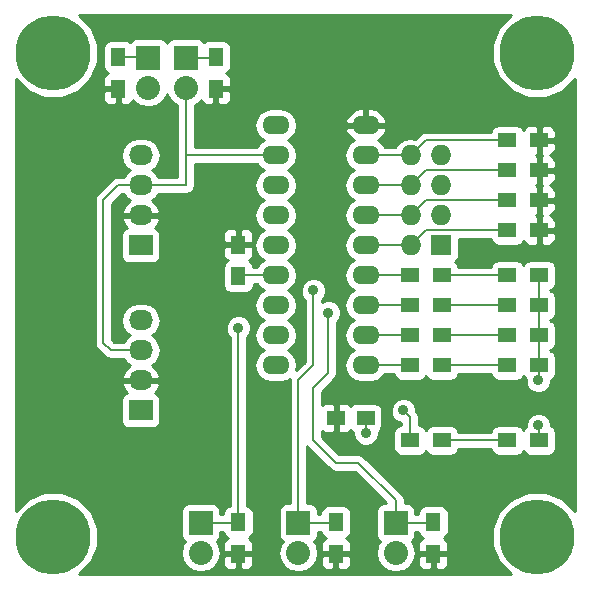
<source format=gtl>
G04 #@! TF.FileFunction,Copper,L1,Top,Signal*
%FSLAX46Y46*%
G04 Gerber Fmt 4.6, Leading zero omitted, Abs format (unit mm)*
G04 Created by KiCad (PCBNEW (after 2015-mar-04 BZR unknown)-product) date 10/20/2015 10:29:55 AM*
%MOMM*%
G01*
G04 APERTURE LIST*
%ADD10C,0.150000*%
%ADD11O,2.300000X1.600000*%
%ADD12R,1.500000X1.300000*%
%ADD13R,2.032000X2.032000*%
%ADD14O,2.032000X2.032000*%
%ADD15R,1.300000X1.500000*%
%ADD16C,6.350000*%
%ADD17R,1.500000X1.250000*%
%ADD18R,2.032000X1.727200*%
%ADD19O,2.032000X1.727200*%
%ADD20R,1.727200X1.727200*%
%ADD21O,1.727200X1.727200*%
%ADD22C,0.889000*%
%ADD23C,0.203200*%
%ADD24C,0.254000*%
G04 APERTURE END LIST*
D10*
D11*
X22860000Y-10160000D03*
X22860000Y-12700000D03*
X22860000Y-15240000D03*
X22860000Y-17780000D03*
X22860000Y-20320000D03*
X22860000Y-22860000D03*
X22860000Y-25400000D03*
X22860000Y-27940000D03*
X22860000Y-30480000D03*
X30480000Y-30480000D03*
X30480000Y-27940000D03*
X30480000Y-25400000D03*
X30480000Y-22860000D03*
X30480000Y-20320000D03*
X30480000Y-17780000D03*
X30480000Y-15240000D03*
X30480000Y-12700000D03*
X30480000Y-10160000D03*
D12*
X42465000Y-36830000D03*
X45165000Y-36830000D03*
X42465000Y-22860000D03*
X45165000Y-22860000D03*
X42465000Y-25400000D03*
X45165000Y-25400000D03*
X42465000Y-27940000D03*
X45165000Y-27940000D03*
X42465000Y-30480000D03*
X45165000Y-30480000D03*
D13*
X33020000Y-43815000D03*
D14*
X33020000Y-46355000D03*
D15*
X19685000Y-46435000D03*
X19685000Y-43735000D03*
X27940000Y-46435000D03*
X27940000Y-43735000D03*
X36195000Y-46435000D03*
X36195000Y-43735000D03*
X9525000Y-7065000D03*
X9525000Y-4365000D03*
X17780000Y-7065000D03*
X17780000Y-4365000D03*
D12*
X36910000Y-36830000D03*
X34210000Y-36830000D03*
X42465000Y-11430000D03*
X45165000Y-11430000D03*
X42465000Y-13970000D03*
X45165000Y-13970000D03*
X42465000Y-16510000D03*
X45165000Y-16510000D03*
X42465000Y-19050000D03*
X45165000Y-19050000D03*
X36910000Y-22860000D03*
X34210000Y-22860000D03*
X36910000Y-25400000D03*
X34210000Y-25400000D03*
X36910000Y-27940000D03*
X34210000Y-27940000D03*
X36910000Y-30480000D03*
X34210000Y-30480000D03*
D16*
X4000000Y-45000000D03*
X4000000Y-4000000D03*
X45000000Y-45000000D03*
X45000000Y-4000000D03*
D15*
X19685000Y-20240000D03*
X19685000Y-22940000D03*
D17*
X27960000Y-34925000D03*
X30460000Y-34925000D03*
D18*
X11430000Y-20320000D03*
D19*
X11430000Y-17780000D03*
X11430000Y-15240000D03*
X11430000Y-12700000D03*
D18*
X11430000Y-34290000D03*
D19*
X11430000Y-31750000D03*
X11430000Y-29210000D03*
X11430000Y-26670000D03*
D13*
X16510000Y-43815000D03*
D14*
X16510000Y-46355000D03*
D13*
X24765000Y-43815000D03*
D14*
X24765000Y-46355000D03*
D13*
X12065000Y-4445000D03*
D14*
X12065000Y-6985000D03*
D13*
X15240000Y-4445000D03*
D14*
X15240000Y-6985000D03*
D20*
X36830000Y-20320000D03*
D21*
X34290000Y-20320000D03*
X36830000Y-17780000D03*
X34290000Y-17780000D03*
X36830000Y-15240000D03*
X34290000Y-15240000D03*
X36830000Y-12700000D03*
X34290000Y-12700000D03*
D22*
X19685000Y-27305000D03*
X26035000Y-24130000D03*
X27305000Y-26035000D03*
X30480000Y-36195000D03*
X45085000Y-35560000D03*
X45085000Y-31750000D03*
X33655000Y-34290000D03*
D23*
X16510000Y-43815000D02*
X19605000Y-43815000D01*
X19605000Y-43815000D02*
X19685000Y-43735000D01*
X19685000Y-43735000D02*
X19685000Y-27305000D01*
X24765000Y-43815000D02*
X27860000Y-43815000D01*
X24765000Y-43815000D02*
X24765000Y-31750000D01*
X24765000Y-31750000D02*
X26035000Y-30480000D01*
X26035000Y-30480000D02*
X26035000Y-24130000D01*
X27860000Y-43815000D02*
X27940000Y-43735000D01*
X36115000Y-43815000D02*
X36195000Y-43735000D01*
X33020000Y-43815000D02*
X36115000Y-43815000D01*
X27305000Y-26035000D02*
X27305000Y-31115000D01*
X27305000Y-31115000D02*
X27305000Y-26035000D01*
X33020000Y-41910000D02*
X29845000Y-38735000D01*
X29845000Y-38735000D02*
X27940000Y-38735000D01*
X27940000Y-38735000D02*
X26035000Y-36830000D01*
X26035000Y-36830000D02*
X26035000Y-32385000D01*
X26035000Y-32385000D02*
X27305000Y-31115000D01*
X33020000Y-43815000D02*
X33020000Y-41910000D01*
X19765000Y-22860000D02*
X19685000Y-22940000D01*
X22860000Y-22860000D02*
X19765000Y-22860000D01*
X8890000Y-29210000D02*
X8255000Y-28575000D01*
X8255000Y-28575000D02*
X8255000Y-16510000D01*
X8255000Y-16510000D02*
X9525000Y-15240000D01*
X9525000Y-15240000D02*
X11430000Y-15240000D01*
X11430000Y-29210000D02*
X8890000Y-29210000D01*
X15240000Y-12700000D02*
X15240000Y-6985000D01*
X15240000Y-15240000D02*
X15240000Y-12700000D01*
X11430000Y-15240000D02*
X15240000Y-15240000D01*
X22860000Y-12700000D02*
X15240000Y-12700000D01*
X30460000Y-36175000D02*
X30480000Y-36195000D01*
X30460000Y-34925000D02*
X30460000Y-36175000D01*
X45165000Y-22860000D02*
X45165000Y-25400000D01*
X45165000Y-25400000D02*
X45165000Y-27940000D01*
X45165000Y-27940000D02*
X45165000Y-30480000D01*
X45165000Y-35640000D02*
X45085000Y-35560000D01*
X45165000Y-36830000D02*
X45165000Y-35640000D01*
X45165000Y-31670000D02*
X45085000Y-31750000D01*
X45165000Y-30480000D02*
X45165000Y-31670000D01*
X36910000Y-27940000D02*
X42465000Y-27940000D01*
X36910000Y-25400000D02*
X42465000Y-25400000D01*
X36910000Y-22860000D02*
X42465000Y-22860000D01*
X36910000Y-36830000D02*
X42465000Y-36830000D01*
X30480000Y-22860000D02*
X34210000Y-22860000D01*
X30480000Y-25400000D02*
X34210000Y-25400000D01*
X30480000Y-27940000D02*
X34210000Y-27940000D01*
X30480000Y-30480000D02*
X34210000Y-30480000D01*
X33655000Y-34290000D02*
X34210000Y-34845000D01*
X34210000Y-34845000D02*
X34210000Y-36830000D01*
X36910000Y-30480000D02*
X42465000Y-30480000D01*
X11985000Y-4365000D02*
X12065000Y-4445000D01*
X9525000Y-4365000D02*
X11985000Y-4365000D01*
X17700000Y-4445000D02*
X17780000Y-4365000D01*
X15240000Y-4445000D02*
X17700000Y-4445000D01*
X30480000Y-20320000D02*
X34290000Y-20320000D01*
X35560000Y-19050000D02*
X34290000Y-20320000D01*
X42465000Y-19050000D02*
X35560000Y-19050000D01*
X30480000Y-17780000D02*
X34290000Y-17780000D01*
X35560000Y-16510000D02*
X34290000Y-17780000D01*
X42465000Y-16510000D02*
X35560000Y-16510000D01*
X30480000Y-15240000D02*
X34290000Y-15240000D01*
X35560000Y-13970000D02*
X34290000Y-15240000D01*
X42465000Y-13970000D02*
X35560000Y-13970000D01*
X30480000Y-12700000D02*
X34290000Y-12700000D01*
X35560000Y-11430000D02*
X34290000Y-12700000D01*
X42465000Y-11430000D02*
X35560000Y-11430000D01*
D24*
G36*
X48174500Y-42787183D02*
X47161009Y-41771923D01*
X46562440Y-41523375D01*
X46562440Y-37480000D01*
X46562440Y-36180000D01*
X46562440Y-31130000D01*
X46562440Y-29830000D01*
X46515463Y-29587877D01*
X46375673Y-29375073D01*
X46164640Y-29232623D01*
X46054090Y-29210453D01*
X46157123Y-29190463D01*
X46369927Y-29050673D01*
X46512377Y-28839640D01*
X46562440Y-28590000D01*
X46562440Y-27290000D01*
X46515463Y-27047877D01*
X46375673Y-26835073D01*
X46164640Y-26692623D01*
X46054090Y-26670453D01*
X46157123Y-26650463D01*
X46369927Y-26510673D01*
X46512377Y-26299640D01*
X46562440Y-26050000D01*
X46562440Y-24750000D01*
X46515463Y-24507877D01*
X46375673Y-24295073D01*
X46164640Y-24152623D01*
X46054090Y-24130453D01*
X46157123Y-24110463D01*
X46369927Y-23970673D01*
X46512377Y-23759640D01*
X46562440Y-23510000D01*
X46562440Y-22210000D01*
X46550000Y-22145883D01*
X46550000Y-19826310D01*
X46550000Y-19573691D01*
X46550000Y-19335750D01*
X46550000Y-18764250D01*
X46550000Y-18526309D01*
X46550000Y-18273690D01*
X46453327Y-18040301D01*
X46274698Y-17861673D01*
X46077522Y-17780000D01*
X46274698Y-17698327D01*
X46453327Y-17519699D01*
X46550000Y-17286310D01*
X46550000Y-17033691D01*
X46550000Y-16795750D01*
X46550000Y-16224250D01*
X46550000Y-15986309D01*
X46550000Y-15733690D01*
X46453327Y-15500301D01*
X46274698Y-15321673D01*
X46077522Y-15240000D01*
X46274698Y-15158327D01*
X46453327Y-14979699D01*
X46550000Y-14746310D01*
X46550000Y-14493691D01*
X46550000Y-14255750D01*
X46550000Y-13684250D01*
X46550000Y-13446309D01*
X46550000Y-13193690D01*
X46453327Y-12960301D01*
X46274698Y-12781673D01*
X46077522Y-12700000D01*
X46274698Y-12618327D01*
X46453327Y-12439699D01*
X46550000Y-12206310D01*
X46550000Y-11953691D01*
X46550000Y-11715750D01*
X46550000Y-11144250D01*
X46550000Y-10906309D01*
X46550000Y-10653690D01*
X46453327Y-10420301D01*
X46274698Y-10241673D01*
X46041309Y-10145000D01*
X45450750Y-10145000D01*
X45292000Y-10303750D01*
X45292000Y-11303000D01*
X46391250Y-11303000D01*
X46550000Y-11144250D01*
X46550000Y-11715750D01*
X46391250Y-11557000D01*
X45292000Y-11557000D01*
X45292000Y-12556250D01*
X45435750Y-12700000D01*
X45292000Y-12843750D01*
X45292000Y-13843000D01*
X46391250Y-13843000D01*
X46550000Y-13684250D01*
X46550000Y-14255750D01*
X46391250Y-14097000D01*
X45292000Y-14097000D01*
X45292000Y-15096250D01*
X45435750Y-15240000D01*
X45292000Y-15383750D01*
X45292000Y-16383000D01*
X46391250Y-16383000D01*
X46550000Y-16224250D01*
X46550000Y-16795750D01*
X46391250Y-16637000D01*
X45292000Y-16637000D01*
X45292000Y-17636250D01*
X45435750Y-17780000D01*
X45292000Y-17923750D01*
X45292000Y-18923000D01*
X46391250Y-18923000D01*
X46550000Y-18764250D01*
X46550000Y-19335750D01*
X46391250Y-19177000D01*
X45292000Y-19177000D01*
X45292000Y-20176250D01*
X45450750Y-20335000D01*
X46041309Y-20335000D01*
X46274698Y-20238327D01*
X46453327Y-20059699D01*
X46550000Y-19826310D01*
X46550000Y-22145883D01*
X46515463Y-21967877D01*
X46375673Y-21755073D01*
X46164640Y-21612623D01*
X45915000Y-21562560D01*
X44415000Y-21562560D01*
X44172877Y-21609537D01*
X43960073Y-21749327D01*
X43817623Y-21960360D01*
X43815783Y-21969530D01*
X43815463Y-21967877D01*
X43675673Y-21755073D01*
X43464640Y-21612623D01*
X43215000Y-21562560D01*
X41715000Y-21562560D01*
X41472877Y-21609537D01*
X41260073Y-21749327D01*
X41117623Y-21960360D01*
X41084926Y-22123400D01*
X38290637Y-22123400D01*
X38260463Y-21967877D01*
X38120673Y-21755073D01*
X38051221Y-21708192D01*
X38148527Y-21644273D01*
X38290977Y-21433240D01*
X38341040Y-21183600D01*
X38341040Y-19786600D01*
X41084362Y-19786600D01*
X41114537Y-19942123D01*
X41254327Y-20154927D01*
X41465360Y-20297377D01*
X41715000Y-20347440D01*
X43215000Y-20347440D01*
X43457123Y-20300463D01*
X43669927Y-20160673D01*
X43812377Y-19949640D01*
X43818479Y-19919208D01*
X43876673Y-20059699D01*
X44055302Y-20238327D01*
X44288691Y-20335000D01*
X44879250Y-20335000D01*
X45038000Y-20176250D01*
X45038000Y-19177000D01*
X45018000Y-19177000D01*
X45018000Y-18923000D01*
X45038000Y-18923000D01*
X45038000Y-17923750D01*
X44894250Y-17780000D01*
X45038000Y-17636250D01*
X45038000Y-16637000D01*
X45018000Y-16637000D01*
X45018000Y-16383000D01*
X45038000Y-16383000D01*
X45038000Y-15383750D01*
X44894250Y-15240000D01*
X45038000Y-15096250D01*
X45038000Y-14097000D01*
X45018000Y-14097000D01*
X45018000Y-13843000D01*
X45038000Y-13843000D01*
X45038000Y-12843750D01*
X44894250Y-12700000D01*
X45038000Y-12556250D01*
X45038000Y-11557000D01*
X45018000Y-11557000D01*
X45018000Y-11303000D01*
X45038000Y-11303000D01*
X45038000Y-10303750D01*
X44879250Y-10145000D01*
X44288691Y-10145000D01*
X44055302Y-10241673D01*
X43876673Y-10420301D01*
X43819453Y-10558442D01*
X43815463Y-10537877D01*
X43675673Y-10325073D01*
X43464640Y-10182623D01*
X43215000Y-10132560D01*
X41715000Y-10132560D01*
X41472877Y-10179537D01*
X41260073Y-10319327D01*
X41117623Y-10530360D01*
X41084926Y-10693400D01*
X35560000Y-10693400D01*
X35278115Y-10749470D01*
X35039145Y-10909145D01*
X34675958Y-11272331D01*
X34319359Y-11201400D01*
X34260641Y-11201400D01*
X33687152Y-11315474D01*
X33200971Y-11640330D01*
X32985102Y-11963400D01*
X32065487Y-11963400D01*
X31879668Y-11685302D01*
X31501848Y-11432850D01*
X31934500Y-11084896D01*
X32204367Y-10591819D01*
X32221904Y-10509039D01*
X32221904Y-9810961D01*
X32204367Y-9728181D01*
X31934500Y-9235104D01*
X31496483Y-8882834D01*
X30957000Y-8725000D01*
X30607000Y-8725000D01*
X30607000Y-10033000D01*
X32099915Y-10033000D01*
X32221904Y-9810961D01*
X32221904Y-10509039D01*
X32099915Y-10287000D01*
X30607000Y-10287000D01*
X30607000Y-10307000D01*
X30353000Y-10307000D01*
X30353000Y-10287000D01*
X30353000Y-10033000D01*
X30353000Y-8725000D01*
X30003000Y-8725000D01*
X29463517Y-8882834D01*
X29025500Y-9235104D01*
X28755633Y-9728181D01*
X28738096Y-9810961D01*
X28860085Y-10033000D01*
X30353000Y-10033000D01*
X30353000Y-10287000D01*
X28860085Y-10287000D01*
X28738096Y-10509039D01*
X28755633Y-10591819D01*
X29025500Y-11084896D01*
X29458151Y-11432850D01*
X29080332Y-11685302D01*
X28769263Y-12150849D01*
X28660030Y-12700000D01*
X28769263Y-13249151D01*
X29080332Y-13714698D01*
X29462417Y-13970000D01*
X29080332Y-14225302D01*
X28769263Y-14690849D01*
X28660030Y-15240000D01*
X28769263Y-15789151D01*
X29080332Y-16254698D01*
X29462417Y-16510000D01*
X29080332Y-16765302D01*
X28769263Y-17230849D01*
X28660030Y-17780000D01*
X28769263Y-18329151D01*
X29080332Y-18794698D01*
X29462417Y-19050000D01*
X29080332Y-19305302D01*
X28769263Y-19770849D01*
X28660030Y-20320000D01*
X28769263Y-20869151D01*
X29080332Y-21334698D01*
X29462417Y-21590000D01*
X29080332Y-21845302D01*
X28769263Y-22310849D01*
X28660030Y-22860000D01*
X28769263Y-23409151D01*
X29080332Y-23874698D01*
X29462417Y-24130000D01*
X29080332Y-24385302D01*
X28769263Y-24850849D01*
X28660030Y-25400000D01*
X28769263Y-25949151D01*
X29080332Y-26414698D01*
X29462417Y-26670000D01*
X29080332Y-26925302D01*
X28769263Y-27390849D01*
X28660030Y-27940000D01*
X28769263Y-28489151D01*
X29080332Y-28954698D01*
X29462417Y-29210000D01*
X29080332Y-29465302D01*
X28769263Y-29930849D01*
X28660030Y-30480000D01*
X28769263Y-31029151D01*
X29080332Y-31494698D01*
X29545879Y-31805767D01*
X30095030Y-31915000D01*
X30864970Y-31915000D01*
X31414121Y-31805767D01*
X31879668Y-31494698D01*
X32065487Y-31216600D01*
X32829362Y-31216600D01*
X32859537Y-31372123D01*
X32999327Y-31584927D01*
X33210360Y-31727377D01*
X33460000Y-31777440D01*
X34960000Y-31777440D01*
X35202123Y-31730463D01*
X35414927Y-31590673D01*
X35557377Y-31379640D01*
X35559216Y-31370469D01*
X35559537Y-31372123D01*
X35699327Y-31584927D01*
X35910360Y-31727377D01*
X36160000Y-31777440D01*
X37660000Y-31777440D01*
X37902123Y-31730463D01*
X38114927Y-31590673D01*
X38257377Y-31379640D01*
X38290073Y-31216600D01*
X41084362Y-31216600D01*
X41114537Y-31372123D01*
X41254327Y-31584927D01*
X41465360Y-31727377D01*
X41715000Y-31777440D01*
X43215000Y-31777440D01*
X43457123Y-31730463D01*
X43669927Y-31590673D01*
X43812377Y-31379640D01*
X43814216Y-31370469D01*
X43814537Y-31372123D01*
X43954327Y-31584927D01*
X44005612Y-31619545D01*
X44005313Y-31963784D01*
X44169311Y-32360689D01*
X44472714Y-32664622D01*
X44869332Y-32829313D01*
X45298784Y-32829687D01*
X45695689Y-32665689D01*
X45999622Y-32362286D01*
X46164313Y-31965668D01*
X46164522Y-31725602D01*
X46369927Y-31590673D01*
X46512377Y-31379640D01*
X46562440Y-31130000D01*
X46562440Y-36180000D01*
X46515463Y-35937877D01*
X46375673Y-35725073D01*
X46164640Y-35582623D01*
X46164481Y-35582591D01*
X46164687Y-35346216D01*
X46000689Y-34949311D01*
X45697286Y-34645378D01*
X45300668Y-34480687D01*
X44871216Y-34480313D01*
X44474311Y-34644311D01*
X44170378Y-34947714D01*
X44005687Y-35344332D01*
X44005386Y-35689560D01*
X43960073Y-35719327D01*
X43817623Y-35930360D01*
X43815783Y-35939530D01*
X43815463Y-35937877D01*
X43675673Y-35725073D01*
X43464640Y-35582623D01*
X43215000Y-35532560D01*
X41715000Y-35532560D01*
X41472877Y-35579537D01*
X41260073Y-35719327D01*
X41117623Y-35930360D01*
X41084926Y-36093400D01*
X38290637Y-36093400D01*
X38260463Y-35937877D01*
X38120673Y-35725073D01*
X37909640Y-35582623D01*
X37660000Y-35532560D01*
X36160000Y-35532560D01*
X35917877Y-35579537D01*
X35705073Y-35719327D01*
X35562623Y-35930360D01*
X35560783Y-35939530D01*
X35560463Y-35937877D01*
X35420673Y-35725073D01*
X35209640Y-35582623D01*
X34960000Y-35532560D01*
X34946600Y-35532560D01*
X34946600Y-34845005D01*
X34946600Y-34845000D01*
X34946601Y-34845000D01*
X34890531Y-34563116D01*
X34890530Y-34563115D01*
X34734466Y-34329549D01*
X34734687Y-34076216D01*
X34570689Y-33679311D01*
X34267286Y-33375378D01*
X33870668Y-33210687D01*
X33441216Y-33210313D01*
X33044311Y-33374311D01*
X32740378Y-33677714D01*
X32575687Y-34074332D01*
X32575313Y-34503784D01*
X32739311Y-34900689D01*
X33042714Y-35204622D01*
X33439332Y-35369313D01*
X33473400Y-35369342D01*
X33473400Y-35532560D01*
X33460000Y-35532560D01*
X33217877Y-35579537D01*
X33005073Y-35719327D01*
X32862623Y-35930360D01*
X32812560Y-36180000D01*
X32812560Y-37480000D01*
X32859537Y-37722123D01*
X32999327Y-37934927D01*
X33210360Y-38077377D01*
X33460000Y-38127440D01*
X34960000Y-38127440D01*
X35202123Y-38080463D01*
X35414927Y-37940673D01*
X35557377Y-37729640D01*
X35559216Y-37720469D01*
X35559537Y-37722123D01*
X35699327Y-37934927D01*
X35910360Y-38077377D01*
X36160000Y-38127440D01*
X37660000Y-38127440D01*
X37902123Y-38080463D01*
X38114927Y-37940673D01*
X38257377Y-37729640D01*
X38290073Y-37566600D01*
X41084362Y-37566600D01*
X41114537Y-37722123D01*
X41254327Y-37934927D01*
X41465360Y-38077377D01*
X41715000Y-38127440D01*
X43215000Y-38127440D01*
X43457123Y-38080463D01*
X43669927Y-37940673D01*
X43812377Y-37729640D01*
X43814216Y-37720469D01*
X43814537Y-37722123D01*
X43954327Y-37934927D01*
X44165360Y-38077377D01*
X44415000Y-38127440D01*
X45915000Y-38127440D01*
X46157123Y-38080463D01*
X46369927Y-37940673D01*
X46512377Y-37729640D01*
X46562440Y-37480000D01*
X46562440Y-41523375D01*
X45761181Y-41190663D01*
X44245469Y-41189340D01*
X42844628Y-41768156D01*
X41771923Y-42838991D01*
X41190663Y-44238819D01*
X41189340Y-45754531D01*
X41768156Y-47155372D01*
X42785507Y-48174500D01*
X37492440Y-48174500D01*
X37492440Y-44485000D01*
X37492440Y-42985000D01*
X37445463Y-42742877D01*
X37305673Y-42530073D01*
X37094640Y-42387623D01*
X36845000Y-42337560D01*
X35545000Y-42337560D01*
X35302877Y-42384537D01*
X35090073Y-42524327D01*
X34947623Y-42735360D01*
X34897560Y-42985000D01*
X34897560Y-43078400D01*
X34683440Y-43078400D01*
X34683440Y-42799000D01*
X34636463Y-42556877D01*
X34496673Y-42344073D01*
X34285640Y-42201623D01*
X34036000Y-42151560D01*
X33756600Y-42151560D01*
X33756600Y-41910000D01*
X33700530Y-41628115D01*
X33540855Y-41389145D01*
X31857440Y-39705730D01*
X31857440Y-35550000D01*
X31857440Y-34300000D01*
X31810463Y-34057877D01*
X31670673Y-33845073D01*
X31459640Y-33702623D01*
X31210000Y-33652560D01*
X29710000Y-33652560D01*
X29467877Y-33699537D01*
X29255073Y-33839327D01*
X29211662Y-33903637D01*
X29069698Y-33761673D01*
X28836309Y-33665000D01*
X28245750Y-33665000D01*
X28087000Y-33823750D01*
X28087000Y-34798000D01*
X28107000Y-34798000D01*
X28107000Y-35052000D01*
X28087000Y-35052000D01*
X28087000Y-36026250D01*
X28245750Y-36185000D01*
X28836309Y-36185000D01*
X29069698Y-36088327D01*
X29211176Y-35946849D01*
X29249327Y-36004927D01*
X29400575Y-36107021D01*
X29400313Y-36408784D01*
X29564311Y-36805689D01*
X29867714Y-37109622D01*
X30264332Y-37274313D01*
X30693784Y-37274687D01*
X31090689Y-37110689D01*
X31394622Y-36807286D01*
X31559313Y-36410668D01*
X31559601Y-36079861D01*
X31664927Y-36010673D01*
X31807377Y-35799640D01*
X31857440Y-35550000D01*
X31857440Y-39705730D01*
X30365855Y-38214145D01*
X30126885Y-38054470D01*
X29845000Y-37998400D01*
X28245110Y-37998400D01*
X26771600Y-36524890D01*
X26771600Y-36009625D01*
X26850302Y-36088327D01*
X27083691Y-36185000D01*
X27674250Y-36185000D01*
X27833000Y-36026250D01*
X27833000Y-35052000D01*
X27813000Y-35052000D01*
X27813000Y-34798000D01*
X27833000Y-34798000D01*
X27833000Y-33823750D01*
X27674250Y-33665000D01*
X27083691Y-33665000D01*
X26850302Y-33761673D01*
X26771600Y-33840374D01*
X26771600Y-32690110D01*
X27825855Y-31635855D01*
X27985530Y-31396885D01*
X28041600Y-31115000D01*
X28041600Y-26824997D01*
X28219622Y-26647286D01*
X28384313Y-26250668D01*
X28384687Y-25821216D01*
X28220689Y-25424311D01*
X27917286Y-25120378D01*
X27520668Y-24955687D01*
X27091216Y-24955313D01*
X26771600Y-25087375D01*
X26771600Y-24919997D01*
X26949622Y-24742286D01*
X27114313Y-24345668D01*
X27114687Y-23916216D01*
X26950689Y-23519311D01*
X26647286Y-23215378D01*
X26250668Y-23050687D01*
X25821216Y-23050313D01*
X25424311Y-23214311D01*
X25120378Y-23517714D01*
X24955687Y-23914332D01*
X24955313Y-24343784D01*
X25119311Y-24740689D01*
X25298400Y-24920090D01*
X25298400Y-30174890D01*
X24602171Y-30871118D01*
X24679970Y-30480000D01*
X24570737Y-29930849D01*
X24259668Y-29465302D01*
X23877582Y-29210000D01*
X24259668Y-28954698D01*
X24570737Y-28489151D01*
X24679970Y-27940000D01*
X24570737Y-27390849D01*
X24259668Y-26925302D01*
X23877582Y-26670000D01*
X24259668Y-26414698D01*
X24570737Y-25949151D01*
X24679970Y-25400000D01*
X24570737Y-24850849D01*
X24259668Y-24385302D01*
X23877582Y-24130000D01*
X24259668Y-23874698D01*
X24570737Y-23409151D01*
X24679970Y-22860000D01*
X24570737Y-22310849D01*
X24259668Y-21845302D01*
X23877582Y-21590000D01*
X24259668Y-21334698D01*
X24570737Y-20869151D01*
X24679970Y-20320000D01*
X24570737Y-19770849D01*
X24259668Y-19305302D01*
X23877582Y-19050000D01*
X24259668Y-18794698D01*
X24570737Y-18329151D01*
X24679970Y-17780000D01*
X24570737Y-17230849D01*
X24259668Y-16765302D01*
X23877582Y-16510000D01*
X24259668Y-16254698D01*
X24570737Y-15789151D01*
X24679970Y-15240000D01*
X24570737Y-14690849D01*
X24259668Y-14225302D01*
X23877582Y-13970000D01*
X24259668Y-13714698D01*
X24570737Y-13249151D01*
X24679970Y-12700000D01*
X24570737Y-12150849D01*
X24259668Y-11685302D01*
X23877582Y-11430000D01*
X24259668Y-11174698D01*
X24570737Y-10709151D01*
X24679970Y-10160000D01*
X24570737Y-9610849D01*
X24259668Y-9145302D01*
X23794121Y-8834233D01*
X23244970Y-8725000D01*
X22475030Y-8725000D01*
X21925879Y-8834233D01*
X21460332Y-9145302D01*
X21149263Y-9610849D01*
X21040030Y-10160000D01*
X21149263Y-10709151D01*
X21460332Y-11174698D01*
X21842417Y-11430000D01*
X21460332Y-11685302D01*
X21274512Y-11963400D01*
X19065000Y-11963400D01*
X19065000Y-7941309D01*
X19065000Y-7350750D01*
X18906250Y-7192000D01*
X17907000Y-7192000D01*
X17907000Y-8291250D01*
X18065750Y-8450000D01*
X18303691Y-8450000D01*
X18556310Y-8450000D01*
X18789699Y-8353327D01*
X18968327Y-8174698D01*
X19065000Y-7941309D01*
X19065000Y-11963400D01*
X15976600Y-11963400D01*
X15976600Y-8461918D01*
X16439778Y-8152433D01*
X16527852Y-8020620D01*
X16591673Y-8174698D01*
X16770301Y-8353327D01*
X17003690Y-8450000D01*
X17256309Y-8450000D01*
X17494250Y-8450000D01*
X17653000Y-8291250D01*
X17653000Y-7192000D01*
X17633000Y-7192000D01*
X17633000Y-6938000D01*
X17653000Y-6938000D01*
X17653000Y-6918000D01*
X17907000Y-6918000D01*
X17907000Y-6938000D01*
X18906250Y-6938000D01*
X19065000Y-6779250D01*
X19065000Y-6188691D01*
X18968327Y-5955302D01*
X18789699Y-5776673D01*
X18651557Y-5719453D01*
X18672123Y-5715463D01*
X18884927Y-5575673D01*
X19027377Y-5364640D01*
X19077440Y-5115000D01*
X19077440Y-3615000D01*
X19030463Y-3372877D01*
X18890673Y-3160073D01*
X18679640Y-3017623D01*
X18430000Y-2967560D01*
X17130000Y-2967560D01*
X16887877Y-3014537D01*
X16786848Y-3080902D01*
X16716673Y-2974073D01*
X16505640Y-2831623D01*
X16256000Y-2781560D01*
X14224000Y-2781560D01*
X13981877Y-2828537D01*
X13769073Y-2968327D01*
X13651913Y-3141893D01*
X13541673Y-2974073D01*
X13330640Y-2831623D01*
X13081000Y-2781560D01*
X11049000Y-2781560D01*
X10806877Y-2828537D01*
X10594073Y-2968327D01*
X10518177Y-3080762D01*
X10424640Y-3017623D01*
X10175000Y-2967560D01*
X8875000Y-2967560D01*
X8632877Y-3014537D01*
X8420073Y-3154327D01*
X8277623Y-3365360D01*
X8227560Y-3615000D01*
X8227560Y-5115000D01*
X8274537Y-5357123D01*
X8414327Y-5569927D01*
X8625360Y-5712377D01*
X8655791Y-5718479D01*
X8515301Y-5776673D01*
X8336673Y-5955302D01*
X8240000Y-6188691D01*
X8240000Y-6779250D01*
X8398750Y-6938000D01*
X9398000Y-6938000D01*
X9398000Y-6918000D01*
X9652000Y-6918000D01*
X9652000Y-6938000D01*
X9672000Y-6938000D01*
X9672000Y-7192000D01*
X9652000Y-7192000D01*
X9652000Y-8291250D01*
X9810750Y-8450000D01*
X10048691Y-8450000D01*
X10301310Y-8450000D01*
X10534699Y-8353327D01*
X10713327Y-8174698D01*
X10777147Y-8020620D01*
X10865222Y-8152433D01*
X11400845Y-8510325D01*
X12032655Y-8636000D01*
X12097345Y-8636000D01*
X12729155Y-8510325D01*
X13264778Y-8152433D01*
X13622670Y-7616810D01*
X13652500Y-7466844D01*
X13682330Y-7616810D01*
X14040222Y-8152433D01*
X14503400Y-8461918D01*
X14503400Y-12700000D01*
X14503400Y-14503400D01*
X12890283Y-14503400D01*
X12674415Y-14180330D01*
X12359634Y-13970000D01*
X12674415Y-13759670D01*
X12999271Y-13273489D01*
X13113345Y-12700000D01*
X12999271Y-12126511D01*
X12674415Y-11640330D01*
X12188234Y-11315474D01*
X11614745Y-11201400D01*
X11245255Y-11201400D01*
X10671766Y-11315474D01*
X10185585Y-11640330D01*
X9860729Y-12126511D01*
X9746655Y-12700000D01*
X9860729Y-13273489D01*
X10185585Y-13759670D01*
X10500365Y-13970000D01*
X10185585Y-14180330D01*
X9969716Y-14503400D01*
X9525000Y-14503400D01*
X9398000Y-14528661D01*
X9398000Y-8291250D01*
X9398000Y-7192000D01*
X8398750Y-7192000D01*
X8240000Y-7350750D01*
X8240000Y-7941309D01*
X8336673Y-8174698D01*
X8515301Y-8353327D01*
X8748690Y-8450000D01*
X9001309Y-8450000D01*
X9239250Y-8450000D01*
X9398000Y-8291250D01*
X9398000Y-14528661D01*
X9243115Y-14559470D01*
X9004145Y-14719145D01*
X7734145Y-15989145D01*
X7574470Y-16228115D01*
X7518400Y-16510000D01*
X7518400Y-28575000D01*
X7574470Y-28856885D01*
X7734145Y-29095855D01*
X8369145Y-29730855D01*
X8608115Y-29890530D01*
X8608116Y-29890530D01*
X8890000Y-29946600D01*
X9969716Y-29946600D01*
X10185585Y-30269670D01*
X10495069Y-30476460D01*
X10079268Y-30847964D01*
X9825291Y-31375209D01*
X9822642Y-31390974D01*
X9943783Y-31623000D01*
X11303000Y-31623000D01*
X11303000Y-31603000D01*
X11557000Y-31603000D01*
X11557000Y-31623000D01*
X12916217Y-31623000D01*
X13037358Y-31390974D01*
X13034709Y-31375209D01*
X12780732Y-30847964D01*
X12364930Y-30476460D01*
X12674415Y-30269670D01*
X12999271Y-29783489D01*
X13113345Y-29210000D01*
X12999271Y-28636511D01*
X12674415Y-28150330D01*
X12359634Y-27940000D01*
X12674415Y-27729670D01*
X12999271Y-27243489D01*
X13113345Y-26670000D01*
X13093440Y-26569930D01*
X13093440Y-21183600D01*
X13093440Y-19456400D01*
X13046463Y-19214277D01*
X12906673Y-19001473D01*
X12695640Y-18859023D01*
X12603354Y-18840516D01*
X12780732Y-18682036D01*
X13034709Y-18154791D01*
X13037358Y-18139026D01*
X12916217Y-17907000D01*
X11557000Y-17907000D01*
X11557000Y-17927000D01*
X11303000Y-17927000D01*
X11303000Y-17907000D01*
X9943783Y-17907000D01*
X9822642Y-18139026D01*
X9825291Y-18154791D01*
X10079268Y-18682036D01*
X10255701Y-18839673D01*
X10171877Y-18855937D01*
X9959073Y-18995727D01*
X9816623Y-19206760D01*
X9766560Y-19456400D01*
X9766560Y-21183600D01*
X9813537Y-21425723D01*
X9953327Y-21638527D01*
X10164360Y-21780977D01*
X10414000Y-21831040D01*
X12446000Y-21831040D01*
X12688123Y-21784063D01*
X12900927Y-21644273D01*
X13043377Y-21433240D01*
X13093440Y-21183600D01*
X13093440Y-26569930D01*
X12999271Y-26096511D01*
X12674415Y-25610330D01*
X12188234Y-25285474D01*
X11614745Y-25171400D01*
X11245255Y-25171400D01*
X10671766Y-25285474D01*
X10185585Y-25610330D01*
X9860729Y-26096511D01*
X9746655Y-26670000D01*
X9860729Y-27243489D01*
X10185585Y-27729670D01*
X10500365Y-27940000D01*
X10185585Y-28150330D01*
X9969716Y-28473400D01*
X9195110Y-28473400D01*
X8991600Y-28269890D01*
X8991600Y-16815110D01*
X9830110Y-15976600D01*
X9969716Y-15976600D01*
X10185585Y-16299670D01*
X10495069Y-16506460D01*
X10079268Y-16877964D01*
X9825291Y-17405209D01*
X9822642Y-17420974D01*
X9943783Y-17653000D01*
X11303000Y-17653000D01*
X11303000Y-17633000D01*
X11557000Y-17633000D01*
X11557000Y-17653000D01*
X12916217Y-17653000D01*
X13037358Y-17420974D01*
X13034709Y-17405209D01*
X12780732Y-16877964D01*
X12364930Y-16506460D01*
X12674415Y-16299670D01*
X12890283Y-15976600D01*
X15240000Y-15976600D01*
X15521885Y-15920530D01*
X15760855Y-15760855D01*
X15920530Y-15521885D01*
X15976600Y-15240000D01*
X15976600Y-13436600D01*
X21274512Y-13436600D01*
X21460332Y-13714698D01*
X21842417Y-13970000D01*
X21460332Y-14225302D01*
X21149263Y-14690849D01*
X21040030Y-15240000D01*
X21149263Y-15789151D01*
X21460332Y-16254698D01*
X21842417Y-16510000D01*
X21460332Y-16765302D01*
X21149263Y-17230849D01*
X21040030Y-17780000D01*
X21149263Y-18329151D01*
X21460332Y-18794698D01*
X21842417Y-19050000D01*
X21460332Y-19305302D01*
X21149263Y-19770849D01*
X21040030Y-20320000D01*
X21149263Y-20869151D01*
X21460332Y-21334698D01*
X21842417Y-21590000D01*
X21460332Y-21845302D01*
X21274512Y-22123400D01*
X20969518Y-22123400D01*
X20935463Y-21947877D01*
X20795673Y-21735073D01*
X20584640Y-21592623D01*
X20554208Y-21586520D01*
X20694699Y-21528327D01*
X20873327Y-21349698D01*
X20970000Y-21116309D01*
X20970000Y-20525750D01*
X20970000Y-19954250D01*
X20970000Y-19363691D01*
X20873327Y-19130302D01*
X20694699Y-18951673D01*
X20461310Y-18855000D01*
X20208691Y-18855000D01*
X19970750Y-18855000D01*
X19812000Y-19013750D01*
X19812000Y-20113000D01*
X20811250Y-20113000D01*
X20970000Y-19954250D01*
X20970000Y-20525750D01*
X20811250Y-20367000D01*
X19812000Y-20367000D01*
X19812000Y-20387000D01*
X19558000Y-20387000D01*
X19558000Y-20367000D01*
X19558000Y-20113000D01*
X19558000Y-19013750D01*
X19399250Y-18855000D01*
X19161309Y-18855000D01*
X18908690Y-18855000D01*
X18675301Y-18951673D01*
X18496673Y-19130302D01*
X18400000Y-19363691D01*
X18400000Y-19954250D01*
X18558750Y-20113000D01*
X19558000Y-20113000D01*
X19558000Y-20367000D01*
X18558750Y-20367000D01*
X18400000Y-20525750D01*
X18400000Y-21116309D01*
X18496673Y-21349698D01*
X18675301Y-21528327D01*
X18813442Y-21585546D01*
X18792877Y-21589537D01*
X18580073Y-21729327D01*
X18437623Y-21940360D01*
X18387560Y-22190000D01*
X18387560Y-23690000D01*
X18434537Y-23932123D01*
X18574327Y-24144927D01*
X18785360Y-24287377D01*
X19035000Y-24337440D01*
X20335000Y-24337440D01*
X20577123Y-24290463D01*
X20789927Y-24150673D01*
X20932377Y-23939640D01*
X20982440Y-23690000D01*
X20982440Y-23596600D01*
X21274512Y-23596600D01*
X21460332Y-23874698D01*
X21842417Y-24130000D01*
X21460332Y-24385302D01*
X21149263Y-24850849D01*
X21040030Y-25400000D01*
X21149263Y-25949151D01*
X21460332Y-26414698D01*
X21842417Y-26670000D01*
X21460332Y-26925302D01*
X21149263Y-27390849D01*
X21040030Y-27940000D01*
X21149263Y-28489151D01*
X21460332Y-28954698D01*
X21842417Y-29210000D01*
X21460332Y-29465302D01*
X21149263Y-29930849D01*
X21040030Y-30480000D01*
X21149263Y-31029151D01*
X21460332Y-31494698D01*
X21925879Y-31805767D01*
X22475030Y-31915000D01*
X23244970Y-31915000D01*
X23794121Y-31805767D01*
X24051517Y-31633779D01*
X24028400Y-31750000D01*
X24028400Y-42151560D01*
X23749000Y-42151560D01*
X23506877Y-42198537D01*
X23294073Y-42338327D01*
X23151623Y-42549360D01*
X23101560Y-42799000D01*
X23101560Y-44831000D01*
X23148537Y-45073123D01*
X23288327Y-45285927D01*
X23433860Y-45384163D01*
X23207330Y-45723190D01*
X23081655Y-46355000D01*
X23207330Y-46986810D01*
X23565222Y-47522433D01*
X24100845Y-47880325D01*
X24732655Y-48006000D01*
X24797345Y-48006000D01*
X25429155Y-47880325D01*
X25964778Y-47522433D01*
X26322670Y-46986810D01*
X26448345Y-46355000D01*
X26322670Y-45723190D01*
X26095830Y-45383701D01*
X26235927Y-45291673D01*
X26378377Y-45080640D01*
X26428440Y-44831000D01*
X26428440Y-44551600D01*
X26655481Y-44551600D01*
X26689537Y-44727123D01*
X26829327Y-44939927D01*
X27040360Y-45082377D01*
X27070791Y-45088479D01*
X26930301Y-45146673D01*
X26751673Y-45325302D01*
X26655000Y-45558691D01*
X26655000Y-46149250D01*
X26813750Y-46308000D01*
X27813000Y-46308000D01*
X27813000Y-46288000D01*
X28067000Y-46288000D01*
X28067000Y-46308000D01*
X29066250Y-46308000D01*
X29225000Y-46149250D01*
X29225000Y-45558691D01*
X29128327Y-45325302D01*
X28949699Y-45146673D01*
X28811557Y-45089453D01*
X28832123Y-45085463D01*
X29044927Y-44945673D01*
X29187377Y-44734640D01*
X29237440Y-44485000D01*
X29237440Y-42985000D01*
X29190463Y-42742877D01*
X29050673Y-42530073D01*
X28839640Y-42387623D01*
X28590000Y-42337560D01*
X27290000Y-42337560D01*
X27047877Y-42384537D01*
X26835073Y-42524327D01*
X26692623Y-42735360D01*
X26642560Y-42985000D01*
X26642560Y-43078400D01*
X26428440Y-43078400D01*
X26428440Y-42799000D01*
X26381463Y-42556877D01*
X26241673Y-42344073D01*
X26030640Y-42201623D01*
X25781000Y-42151560D01*
X25501600Y-42151560D01*
X25501600Y-37332080D01*
X25514145Y-37350855D01*
X27419145Y-39255855D01*
X27658115Y-39415530D01*
X27658116Y-39415530D01*
X27940000Y-39471600D01*
X29539890Y-39471600D01*
X32219850Y-42151560D01*
X32004000Y-42151560D01*
X31761877Y-42198537D01*
X31549073Y-42338327D01*
X31406623Y-42549360D01*
X31356560Y-42799000D01*
X31356560Y-44831000D01*
X31403537Y-45073123D01*
X31543327Y-45285927D01*
X31688860Y-45384163D01*
X31462330Y-45723190D01*
X31336655Y-46355000D01*
X31462330Y-46986810D01*
X31820222Y-47522433D01*
X32355845Y-47880325D01*
X32987655Y-48006000D01*
X33052345Y-48006000D01*
X33684155Y-47880325D01*
X34219778Y-47522433D01*
X34577670Y-46986810D01*
X34703345Y-46355000D01*
X34577670Y-45723190D01*
X34350830Y-45383701D01*
X34490927Y-45291673D01*
X34633377Y-45080640D01*
X34683440Y-44831000D01*
X34683440Y-44551600D01*
X34910481Y-44551600D01*
X34944537Y-44727123D01*
X35084327Y-44939927D01*
X35295360Y-45082377D01*
X35325791Y-45088479D01*
X35185301Y-45146673D01*
X35006673Y-45325302D01*
X34910000Y-45558691D01*
X34910000Y-46149250D01*
X35068750Y-46308000D01*
X36068000Y-46308000D01*
X36068000Y-46288000D01*
X36322000Y-46288000D01*
X36322000Y-46308000D01*
X37321250Y-46308000D01*
X37480000Y-46149250D01*
X37480000Y-45558691D01*
X37383327Y-45325302D01*
X37204699Y-45146673D01*
X37066557Y-45089453D01*
X37087123Y-45085463D01*
X37299927Y-44945673D01*
X37442377Y-44734640D01*
X37492440Y-44485000D01*
X37492440Y-48174500D01*
X37480000Y-48174500D01*
X37480000Y-47311309D01*
X37480000Y-46720750D01*
X37321250Y-46562000D01*
X36322000Y-46562000D01*
X36322000Y-47661250D01*
X36480750Y-47820000D01*
X36718691Y-47820000D01*
X36971310Y-47820000D01*
X37204699Y-47723327D01*
X37383327Y-47544698D01*
X37480000Y-47311309D01*
X37480000Y-48174500D01*
X36068000Y-48174500D01*
X36068000Y-47661250D01*
X36068000Y-46562000D01*
X35068750Y-46562000D01*
X34910000Y-46720750D01*
X34910000Y-47311309D01*
X35006673Y-47544698D01*
X35185301Y-47723327D01*
X35418690Y-47820000D01*
X35671309Y-47820000D01*
X35909250Y-47820000D01*
X36068000Y-47661250D01*
X36068000Y-48174500D01*
X29225000Y-48174500D01*
X29225000Y-47311309D01*
X29225000Y-46720750D01*
X29066250Y-46562000D01*
X28067000Y-46562000D01*
X28067000Y-47661250D01*
X28225750Y-47820000D01*
X28463691Y-47820000D01*
X28716310Y-47820000D01*
X28949699Y-47723327D01*
X29128327Y-47544698D01*
X29225000Y-47311309D01*
X29225000Y-48174500D01*
X27813000Y-48174500D01*
X27813000Y-47661250D01*
X27813000Y-46562000D01*
X26813750Y-46562000D01*
X26655000Y-46720750D01*
X26655000Y-47311309D01*
X26751673Y-47544698D01*
X26930301Y-47723327D01*
X27163690Y-47820000D01*
X27416309Y-47820000D01*
X27654250Y-47820000D01*
X27813000Y-47661250D01*
X27813000Y-48174500D01*
X20982440Y-48174500D01*
X20982440Y-44485000D01*
X20982440Y-42985000D01*
X20935463Y-42742877D01*
X20795673Y-42530073D01*
X20584640Y-42387623D01*
X20421600Y-42354926D01*
X20421600Y-28094997D01*
X20599622Y-27917286D01*
X20764313Y-27520668D01*
X20764687Y-27091216D01*
X20600689Y-26694311D01*
X20297286Y-26390378D01*
X19900668Y-26225687D01*
X19471216Y-26225313D01*
X19074311Y-26389311D01*
X18770378Y-26692714D01*
X18605687Y-27089332D01*
X18605313Y-27518784D01*
X18769311Y-27915689D01*
X18948400Y-28095090D01*
X18948400Y-42354362D01*
X18792877Y-42384537D01*
X18580073Y-42524327D01*
X18437623Y-42735360D01*
X18387560Y-42985000D01*
X18387560Y-43078400D01*
X18173440Y-43078400D01*
X18173440Y-42799000D01*
X18126463Y-42556877D01*
X17986673Y-42344073D01*
X17775640Y-42201623D01*
X17526000Y-42151560D01*
X15494000Y-42151560D01*
X15251877Y-42198537D01*
X15039073Y-42338327D01*
X14896623Y-42549360D01*
X14846560Y-42799000D01*
X14846560Y-44831000D01*
X14893537Y-45073123D01*
X15033327Y-45285927D01*
X15178860Y-45384163D01*
X14952330Y-45723190D01*
X14826655Y-46355000D01*
X14952330Y-46986810D01*
X15310222Y-47522433D01*
X15845845Y-47880325D01*
X16477655Y-48006000D01*
X16542345Y-48006000D01*
X17174155Y-47880325D01*
X17709778Y-47522433D01*
X18067670Y-46986810D01*
X18193345Y-46355000D01*
X18067670Y-45723190D01*
X17840830Y-45383701D01*
X17980927Y-45291673D01*
X18123377Y-45080640D01*
X18173440Y-44831000D01*
X18173440Y-44551600D01*
X18400481Y-44551600D01*
X18434537Y-44727123D01*
X18574327Y-44939927D01*
X18785360Y-45082377D01*
X18815791Y-45088479D01*
X18675301Y-45146673D01*
X18496673Y-45325302D01*
X18400000Y-45558691D01*
X18400000Y-46149250D01*
X18558750Y-46308000D01*
X19558000Y-46308000D01*
X19558000Y-46288000D01*
X19812000Y-46288000D01*
X19812000Y-46308000D01*
X20811250Y-46308000D01*
X20970000Y-46149250D01*
X20970000Y-45558691D01*
X20873327Y-45325302D01*
X20694699Y-45146673D01*
X20556557Y-45089453D01*
X20577123Y-45085463D01*
X20789927Y-44945673D01*
X20932377Y-44734640D01*
X20982440Y-44485000D01*
X20982440Y-48174500D01*
X20970000Y-48174500D01*
X20970000Y-47311309D01*
X20970000Y-46720750D01*
X20811250Y-46562000D01*
X19812000Y-46562000D01*
X19812000Y-47661250D01*
X19970750Y-47820000D01*
X20208691Y-47820000D01*
X20461310Y-47820000D01*
X20694699Y-47723327D01*
X20873327Y-47544698D01*
X20970000Y-47311309D01*
X20970000Y-48174500D01*
X19558000Y-48174500D01*
X19558000Y-47661250D01*
X19558000Y-46562000D01*
X18558750Y-46562000D01*
X18400000Y-46720750D01*
X18400000Y-47311309D01*
X18496673Y-47544698D01*
X18675301Y-47723327D01*
X18908690Y-47820000D01*
X19161309Y-47820000D01*
X19399250Y-47820000D01*
X19558000Y-47661250D01*
X19558000Y-48174500D01*
X13093440Y-48174500D01*
X13093440Y-35153600D01*
X13093440Y-33426400D01*
X13046463Y-33184277D01*
X12906673Y-32971473D01*
X12695640Y-32829023D01*
X12603354Y-32810516D01*
X12780732Y-32652036D01*
X13034709Y-32124791D01*
X13037358Y-32109026D01*
X12916217Y-31877000D01*
X11557000Y-31877000D01*
X11557000Y-31897000D01*
X11303000Y-31897000D01*
X11303000Y-31877000D01*
X9943783Y-31877000D01*
X9822642Y-32109026D01*
X9825291Y-32124791D01*
X10079268Y-32652036D01*
X10255701Y-32809673D01*
X10171877Y-32825937D01*
X9959073Y-32965727D01*
X9816623Y-33176760D01*
X9766560Y-33426400D01*
X9766560Y-35153600D01*
X9813537Y-35395723D01*
X9953327Y-35608527D01*
X10164360Y-35750977D01*
X10414000Y-35801040D01*
X12446000Y-35801040D01*
X12688123Y-35754063D01*
X12900927Y-35614273D01*
X13043377Y-35403240D01*
X13093440Y-35153600D01*
X13093440Y-48174500D01*
X6212816Y-48174500D01*
X7228077Y-47161009D01*
X7809337Y-45761181D01*
X7810660Y-44245469D01*
X7231844Y-42844628D01*
X6161009Y-41771923D01*
X4761181Y-41190663D01*
X3245469Y-41189340D01*
X1844628Y-41768156D01*
X825500Y-42785507D01*
X825500Y-6212816D01*
X1838991Y-7228077D01*
X3238819Y-7809337D01*
X4754531Y-7810660D01*
X6155372Y-7231844D01*
X7228077Y-6161009D01*
X7809337Y-4761181D01*
X7810660Y-3245469D01*
X7231844Y-1844628D01*
X6214492Y-825500D01*
X42787183Y-825500D01*
X41771923Y-1838991D01*
X41190663Y-3238819D01*
X41189340Y-4754531D01*
X41768156Y-6155372D01*
X42838991Y-7228077D01*
X44238819Y-7809337D01*
X45754531Y-7810660D01*
X47155372Y-7231844D01*
X48174500Y-6214492D01*
X48174500Y-42787183D01*
X48174500Y-42787183D01*
G37*
X48174500Y-42787183D02*
X47161009Y-41771923D01*
X46562440Y-41523375D01*
X46562440Y-37480000D01*
X46562440Y-36180000D01*
X46562440Y-31130000D01*
X46562440Y-29830000D01*
X46515463Y-29587877D01*
X46375673Y-29375073D01*
X46164640Y-29232623D01*
X46054090Y-29210453D01*
X46157123Y-29190463D01*
X46369927Y-29050673D01*
X46512377Y-28839640D01*
X46562440Y-28590000D01*
X46562440Y-27290000D01*
X46515463Y-27047877D01*
X46375673Y-26835073D01*
X46164640Y-26692623D01*
X46054090Y-26670453D01*
X46157123Y-26650463D01*
X46369927Y-26510673D01*
X46512377Y-26299640D01*
X46562440Y-26050000D01*
X46562440Y-24750000D01*
X46515463Y-24507877D01*
X46375673Y-24295073D01*
X46164640Y-24152623D01*
X46054090Y-24130453D01*
X46157123Y-24110463D01*
X46369927Y-23970673D01*
X46512377Y-23759640D01*
X46562440Y-23510000D01*
X46562440Y-22210000D01*
X46550000Y-22145883D01*
X46550000Y-19826310D01*
X46550000Y-19573691D01*
X46550000Y-19335750D01*
X46550000Y-18764250D01*
X46550000Y-18526309D01*
X46550000Y-18273690D01*
X46453327Y-18040301D01*
X46274698Y-17861673D01*
X46077522Y-17780000D01*
X46274698Y-17698327D01*
X46453327Y-17519699D01*
X46550000Y-17286310D01*
X46550000Y-17033691D01*
X46550000Y-16795750D01*
X46550000Y-16224250D01*
X46550000Y-15986309D01*
X46550000Y-15733690D01*
X46453327Y-15500301D01*
X46274698Y-15321673D01*
X46077522Y-15240000D01*
X46274698Y-15158327D01*
X46453327Y-14979699D01*
X46550000Y-14746310D01*
X46550000Y-14493691D01*
X46550000Y-14255750D01*
X46550000Y-13684250D01*
X46550000Y-13446309D01*
X46550000Y-13193690D01*
X46453327Y-12960301D01*
X46274698Y-12781673D01*
X46077522Y-12700000D01*
X46274698Y-12618327D01*
X46453327Y-12439699D01*
X46550000Y-12206310D01*
X46550000Y-11953691D01*
X46550000Y-11715750D01*
X46550000Y-11144250D01*
X46550000Y-10906309D01*
X46550000Y-10653690D01*
X46453327Y-10420301D01*
X46274698Y-10241673D01*
X46041309Y-10145000D01*
X45450750Y-10145000D01*
X45292000Y-10303750D01*
X45292000Y-11303000D01*
X46391250Y-11303000D01*
X46550000Y-11144250D01*
X46550000Y-11715750D01*
X46391250Y-11557000D01*
X45292000Y-11557000D01*
X45292000Y-12556250D01*
X45435750Y-12700000D01*
X45292000Y-12843750D01*
X45292000Y-13843000D01*
X46391250Y-13843000D01*
X46550000Y-13684250D01*
X46550000Y-14255750D01*
X46391250Y-14097000D01*
X45292000Y-14097000D01*
X45292000Y-15096250D01*
X45435750Y-15240000D01*
X45292000Y-15383750D01*
X45292000Y-16383000D01*
X46391250Y-16383000D01*
X46550000Y-16224250D01*
X46550000Y-16795750D01*
X46391250Y-16637000D01*
X45292000Y-16637000D01*
X45292000Y-17636250D01*
X45435750Y-17780000D01*
X45292000Y-17923750D01*
X45292000Y-18923000D01*
X46391250Y-18923000D01*
X46550000Y-18764250D01*
X46550000Y-19335750D01*
X46391250Y-19177000D01*
X45292000Y-19177000D01*
X45292000Y-20176250D01*
X45450750Y-20335000D01*
X46041309Y-20335000D01*
X46274698Y-20238327D01*
X46453327Y-20059699D01*
X46550000Y-19826310D01*
X46550000Y-22145883D01*
X46515463Y-21967877D01*
X46375673Y-21755073D01*
X46164640Y-21612623D01*
X45915000Y-21562560D01*
X44415000Y-21562560D01*
X44172877Y-21609537D01*
X43960073Y-21749327D01*
X43817623Y-21960360D01*
X43815783Y-21969530D01*
X43815463Y-21967877D01*
X43675673Y-21755073D01*
X43464640Y-21612623D01*
X43215000Y-21562560D01*
X41715000Y-21562560D01*
X41472877Y-21609537D01*
X41260073Y-21749327D01*
X41117623Y-21960360D01*
X41084926Y-22123400D01*
X38290637Y-22123400D01*
X38260463Y-21967877D01*
X38120673Y-21755073D01*
X38051221Y-21708192D01*
X38148527Y-21644273D01*
X38290977Y-21433240D01*
X38341040Y-21183600D01*
X38341040Y-19786600D01*
X41084362Y-19786600D01*
X41114537Y-19942123D01*
X41254327Y-20154927D01*
X41465360Y-20297377D01*
X41715000Y-20347440D01*
X43215000Y-20347440D01*
X43457123Y-20300463D01*
X43669927Y-20160673D01*
X43812377Y-19949640D01*
X43818479Y-19919208D01*
X43876673Y-20059699D01*
X44055302Y-20238327D01*
X44288691Y-20335000D01*
X44879250Y-20335000D01*
X45038000Y-20176250D01*
X45038000Y-19177000D01*
X45018000Y-19177000D01*
X45018000Y-18923000D01*
X45038000Y-18923000D01*
X45038000Y-17923750D01*
X44894250Y-17780000D01*
X45038000Y-17636250D01*
X45038000Y-16637000D01*
X45018000Y-16637000D01*
X45018000Y-16383000D01*
X45038000Y-16383000D01*
X45038000Y-15383750D01*
X44894250Y-15240000D01*
X45038000Y-15096250D01*
X45038000Y-14097000D01*
X45018000Y-14097000D01*
X45018000Y-13843000D01*
X45038000Y-13843000D01*
X45038000Y-12843750D01*
X44894250Y-12700000D01*
X45038000Y-12556250D01*
X45038000Y-11557000D01*
X45018000Y-11557000D01*
X45018000Y-11303000D01*
X45038000Y-11303000D01*
X45038000Y-10303750D01*
X44879250Y-10145000D01*
X44288691Y-10145000D01*
X44055302Y-10241673D01*
X43876673Y-10420301D01*
X43819453Y-10558442D01*
X43815463Y-10537877D01*
X43675673Y-10325073D01*
X43464640Y-10182623D01*
X43215000Y-10132560D01*
X41715000Y-10132560D01*
X41472877Y-10179537D01*
X41260073Y-10319327D01*
X41117623Y-10530360D01*
X41084926Y-10693400D01*
X35560000Y-10693400D01*
X35278115Y-10749470D01*
X35039145Y-10909145D01*
X34675958Y-11272331D01*
X34319359Y-11201400D01*
X34260641Y-11201400D01*
X33687152Y-11315474D01*
X33200971Y-11640330D01*
X32985102Y-11963400D01*
X32065487Y-11963400D01*
X31879668Y-11685302D01*
X31501848Y-11432850D01*
X31934500Y-11084896D01*
X32204367Y-10591819D01*
X32221904Y-10509039D01*
X32221904Y-9810961D01*
X32204367Y-9728181D01*
X31934500Y-9235104D01*
X31496483Y-8882834D01*
X30957000Y-8725000D01*
X30607000Y-8725000D01*
X30607000Y-10033000D01*
X32099915Y-10033000D01*
X32221904Y-9810961D01*
X32221904Y-10509039D01*
X32099915Y-10287000D01*
X30607000Y-10287000D01*
X30607000Y-10307000D01*
X30353000Y-10307000D01*
X30353000Y-10287000D01*
X30353000Y-10033000D01*
X30353000Y-8725000D01*
X30003000Y-8725000D01*
X29463517Y-8882834D01*
X29025500Y-9235104D01*
X28755633Y-9728181D01*
X28738096Y-9810961D01*
X28860085Y-10033000D01*
X30353000Y-10033000D01*
X30353000Y-10287000D01*
X28860085Y-10287000D01*
X28738096Y-10509039D01*
X28755633Y-10591819D01*
X29025500Y-11084896D01*
X29458151Y-11432850D01*
X29080332Y-11685302D01*
X28769263Y-12150849D01*
X28660030Y-12700000D01*
X28769263Y-13249151D01*
X29080332Y-13714698D01*
X29462417Y-13970000D01*
X29080332Y-14225302D01*
X28769263Y-14690849D01*
X28660030Y-15240000D01*
X28769263Y-15789151D01*
X29080332Y-16254698D01*
X29462417Y-16510000D01*
X29080332Y-16765302D01*
X28769263Y-17230849D01*
X28660030Y-17780000D01*
X28769263Y-18329151D01*
X29080332Y-18794698D01*
X29462417Y-19050000D01*
X29080332Y-19305302D01*
X28769263Y-19770849D01*
X28660030Y-20320000D01*
X28769263Y-20869151D01*
X29080332Y-21334698D01*
X29462417Y-21590000D01*
X29080332Y-21845302D01*
X28769263Y-22310849D01*
X28660030Y-22860000D01*
X28769263Y-23409151D01*
X29080332Y-23874698D01*
X29462417Y-24130000D01*
X29080332Y-24385302D01*
X28769263Y-24850849D01*
X28660030Y-25400000D01*
X28769263Y-25949151D01*
X29080332Y-26414698D01*
X29462417Y-26670000D01*
X29080332Y-26925302D01*
X28769263Y-27390849D01*
X28660030Y-27940000D01*
X28769263Y-28489151D01*
X29080332Y-28954698D01*
X29462417Y-29210000D01*
X29080332Y-29465302D01*
X28769263Y-29930849D01*
X28660030Y-30480000D01*
X28769263Y-31029151D01*
X29080332Y-31494698D01*
X29545879Y-31805767D01*
X30095030Y-31915000D01*
X30864970Y-31915000D01*
X31414121Y-31805767D01*
X31879668Y-31494698D01*
X32065487Y-31216600D01*
X32829362Y-31216600D01*
X32859537Y-31372123D01*
X32999327Y-31584927D01*
X33210360Y-31727377D01*
X33460000Y-31777440D01*
X34960000Y-31777440D01*
X35202123Y-31730463D01*
X35414927Y-31590673D01*
X35557377Y-31379640D01*
X35559216Y-31370469D01*
X35559537Y-31372123D01*
X35699327Y-31584927D01*
X35910360Y-31727377D01*
X36160000Y-31777440D01*
X37660000Y-31777440D01*
X37902123Y-31730463D01*
X38114927Y-31590673D01*
X38257377Y-31379640D01*
X38290073Y-31216600D01*
X41084362Y-31216600D01*
X41114537Y-31372123D01*
X41254327Y-31584927D01*
X41465360Y-31727377D01*
X41715000Y-31777440D01*
X43215000Y-31777440D01*
X43457123Y-31730463D01*
X43669927Y-31590673D01*
X43812377Y-31379640D01*
X43814216Y-31370469D01*
X43814537Y-31372123D01*
X43954327Y-31584927D01*
X44005612Y-31619545D01*
X44005313Y-31963784D01*
X44169311Y-32360689D01*
X44472714Y-32664622D01*
X44869332Y-32829313D01*
X45298784Y-32829687D01*
X45695689Y-32665689D01*
X45999622Y-32362286D01*
X46164313Y-31965668D01*
X46164522Y-31725602D01*
X46369927Y-31590673D01*
X46512377Y-31379640D01*
X46562440Y-31130000D01*
X46562440Y-36180000D01*
X46515463Y-35937877D01*
X46375673Y-35725073D01*
X46164640Y-35582623D01*
X46164481Y-35582591D01*
X46164687Y-35346216D01*
X46000689Y-34949311D01*
X45697286Y-34645378D01*
X45300668Y-34480687D01*
X44871216Y-34480313D01*
X44474311Y-34644311D01*
X44170378Y-34947714D01*
X44005687Y-35344332D01*
X44005386Y-35689560D01*
X43960073Y-35719327D01*
X43817623Y-35930360D01*
X43815783Y-35939530D01*
X43815463Y-35937877D01*
X43675673Y-35725073D01*
X43464640Y-35582623D01*
X43215000Y-35532560D01*
X41715000Y-35532560D01*
X41472877Y-35579537D01*
X41260073Y-35719327D01*
X41117623Y-35930360D01*
X41084926Y-36093400D01*
X38290637Y-36093400D01*
X38260463Y-35937877D01*
X38120673Y-35725073D01*
X37909640Y-35582623D01*
X37660000Y-35532560D01*
X36160000Y-35532560D01*
X35917877Y-35579537D01*
X35705073Y-35719327D01*
X35562623Y-35930360D01*
X35560783Y-35939530D01*
X35560463Y-35937877D01*
X35420673Y-35725073D01*
X35209640Y-35582623D01*
X34960000Y-35532560D01*
X34946600Y-35532560D01*
X34946600Y-34845005D01*
X34946600Y-34845000D01*
X34946601Y-34845000D01*
X34890531Y-34563116D01*
X34890530Y-34563115D01*
X34734466Y-34329549D01*
X34734687Y-34076216D01*
X34570689Y-33679311D01*
X34267286Y-33375378D01*
X33870668Y-33210687D01*
X33441216Y-33210313D01*
X33044311Y-33374311D01*
X32740378Y-33677714D01*
X32575687Y-34074332D01*
X32575313Y-34503784D01*
X32739311Y-34900689D01*
X33042714Y-35204622D01*
X33439332Y-35369313D01*
X33473400Y-35369342D01*
X33473400Y-35532560D01*
X33460000Y-35532560D01*
X33217877Y-35579537D01*
X33005073Y-35719327D01*
X32862623Y-35930360D01*
X32812560Y-36180000D01*
X32812560Y-37480000D01*
X32859537Y-37722123D01*
X32999327Y-37934927D01*
X33210360Y-38077377D01*
X33460000Y-38127440D01*
X34960000Y-38127440D01*
X35202123Y-38080463D01*
X35414927Y-37940673D01*
X35557377Y-37729640D01*
X35559216Y-37720469D01*
X35559537Y-37722123D01*
X35699327Y-37934927D01*
X35910360Y-38077377D01*
X36160000Y-38127440D01*
X37660000Y-38127440D01*
X37902123Y-38080463D01*
X38114927Y-37940673D01*
X38257377Y-37729640D01*
X38290073Y-37566600D01*
X41084362Y-37566600D01*
X41114537Y-37722123D01*
X41254327Y-37934927D01*
X41465360Y-38077377D01*
X41715000Y-38127440D01*
X43215000Y-38127440D01*
X43457123Y-38080463D01*
X43669927Y-37940673D01*
X43812377Y-37729640D01*
X43814216Y-37720469D01*
X43814537Y-37722123D01*
X43954327Y-37934927D01*
X44165360Y-38077377D01*
X44415000Y-38127440D01*
X45915000Y-38127440D01*
X46157123Y-38080463D01*
X46369927Y-37940673D01*
X46512377Y-37729640D01*
X46562440Y-37480000D01*
X46562440Y-41523375D01*
X45761181Y-41190663D01*
X44245469Y-41189340D01*
X42844628Y-41768156D01*
X41771923Y-42838991D01*
X41190663Y-44238819D01*
X41189340Y-45754531D01*
X41768156Y-47155372D01*
X42785507Y-48174500D01*
X37492440Y-48174500D01*
X37492440Y-44485000D01*
X37492440Y-42985000D01*
X37445463Y-42742877D01*
X37305673Y-42530073D01*
X37094640Y-42387623D01*
X36845000Y-42337560D01*
X35545000Y-42337560D01*
X35302877Y-42384537D01*
X35090073Y-42524327D01*
X34947623Y-42735360D01*
X34897560Y-42985000D01*
X34897560Y-43078400D01*
X34683440Y-43078400D01*
X34683440Y-42799000D01*
X34636463Y-42556877D01*
X34496673Y-42344073D01*
X34285640Y-42201623D01*
X34036000Y-42151560D01*
X33756600Y-42151560D01*
X33756600Y-41910000D01*
X33700530Y-41628115D01*
X33540855Y-41389145D01*
X31857440Y-39705730D01*
X31857440Y-35550000D01*
X31857440Y-34300000D01*
X31810463Y-34057877D01*
X31670673Y-33845073D01*
X31459640Y-33702623D01*
X31210000Y-33652560D01*
X29710000Y-33652560D01*
X29467877Y-33699537D01*
X29255073Y-33839327D01*
X29211662Y-33903637D01*
X29069698Y-33761673D01*
X28836309Y-33665000D01*
X28245750Y-33665000D01*
X28087000Y-33823750D01*
X28087000Y-34798000D01*
X28107000Y-34798000D01*
X28107000Y-35052000D01*
X28087000Y-35052000D01*
X28087000Y-36026250D01*
X28245750Y-36185000D01*
X28836309Y-36185000D01*
X29069698Y-36088327D01*
X29211176Y-35946849D01*
X29249327Y-36004927D01*
X29400575Y-36107021D01*
X29400313Y-36408784D01*
X29564311Y-36805689D01*
X29867714Y-37109622D01*
X30264332Y-37274313D01*
X30693784Y-37274687D01*
X31090689Y-37110689D01*
X31394622Y-36807286D01*
X31559313Y-36410668D01*
X31559601Y-36079861D01*
X31664927Y-36010673D01*
X31807377Y-35799640D01*
X31857440Y-35550000D01*
X31857440Y-39705730D01*
X30365855Y-38214145D01*
X30126885Y-38054470D01*
X29845000Y-37998400D01*
X28245110Y-37998400D01*
X26771600Y-36524890D01*
X26771600Y-36009625D01*
X26850302Y-36088327D01*
X27083691Y-36185000D01*
X27674250Y-36185000D01*
X27833000Y-36026250D01*
X27833000Y-35052000D01*
X27813000Y-35052000D01*
X27813000Y-34798000D01*
X27833000Y-34798000D01*
X27833000Y-33823750D01*
X27674250Y-33665000D01*
X27083691Y-33665000D01*
X26850302Y-33761673D01*
X26771600Y-33840374D01*
X26771600Y-32690110D01*
X27825855Y-31635855D01*
X27985530Y-31396885D01*
X28041600Y-31115000D01*
X28041600Y-26824997D01*
X28219622Y-26647286D01*
X28384313Y-26250668D01*
X28384687Y-25821216D01*
X28220689Y-25424311D01*
X27917286Y-25120378D01*
X27520668Y-24955687D01*
X27091216Y-24955313D01*
X26771600Y-25087375D01*
X26771600Y-24919997D01*
X26949622Y-24742286D01*
X27114313Y-24345668D01*
X27114687Y-23916216D01*
X26950689Y-23519311D01*
X26647286Y-23215378D01*
X26250668Y-23050687D01*
X25821216Y-23050313D01*
X25424311Y-23214311D01*
X25120378Y-23517714D01*
X24955687Y-23914332D01*
X24955313Y-24343784D01*
X25119311Y-24740689D01*
X25298400Y-24920090D01*
X25298400Y-30174890D01*
X24602171Y-30871118D01*
X24679970Y-30480000D01*
X24570737Y-29930849D01*
X24259668Y-29465302D01*
X23877582Y-29210000D01*
X24259668Y-28954698D01*
X24570737Y-28489151D01*
X24679970Y-27940000D01*
X24570737Y-27390849D01*
X24259668Y-26925302D01*
X23877582Y-26670000D01*
X24259668Y-26414698D01*
X24570737Y-25949151D01*
X24679970Y-25400000D01*
X24570737Y-24850849D01*
X24259668Y-24385302D01*
X23877582Y-24130000D01*
X24259668Y-23874698D01*
X24570737Y-23409151D01*
X24679970Y-22860000D01*
X24570737Y-22310849D01*
X24259668Y-21845302D01*
X23877582Y-21590000D01*
X24259668Y-21334698D01*
X24570737Y-20869151D01*
X24679970Y-20320000D01*
X24570737Y-19770849D01*
X24259668Y-19305302D01*
X23877582Y-19050000D01*
X24259668Y-18794698D01*
X24570737Y-18329151D01*
X24679970Y-17780000D01*
X24570737Y-17230849D01*
X24259668Y-16765302D01*
X23877582Y-16510000D01*
X24259668Y-16254698D01*
X24570737Y-15789151D01*
X24679970Y-15240000D01*
X24570737Y-14690849D01*
X24259668Y-14225302D01*
X23877582Y-13970000D01*
X24259668Y-13714698D01*
X24570737Y-13249151D01*
X24679970Y-12700000D01*
X24570737Y-12150849D01*
X24259668Y-11685302D01*
X23877582Y-11430000D01*
X24259668Y-11174698D01*
X24570737Y-10709151D01*
X24679970Y-10160000D01*
X24570737Y-9610849D01*
X24259668Y-9145302D01*
X23794121Y-8834233D01*
X23244970Y-8725000D01*
X22475030Y-8725000D01*
X21925879Y-8834233D01*
X21460332Y-9145302D01*
X21149263Y-9610849D01*
X21040030Y-10160000D01*
X21149263Y-10709151D01*
X21460332Y-11174698D01*
X21842417Y-11430000D01*
X21460332Y-11685302D01*
X21274512Y-11963400D01*
X19065000Y-11963400D01*
X19065000Y-7941309D01*
X19065000Y-7350750D01*
X18906250Y-7192000D01*
X17907000Y-7192000D01*
X17907000Y-8291250D01*
X18065750Y-8450000D01*
X18303691Y-8450000D01*
X18556310Y-8450000D01*
X18789699Y-8353327D01*
X18968327Y-8174698D01*
X19065000Y-7941309D01*
X19065000Y-11963400D01*
X15976600Y-11963400D01*
X15976600Y-8461918D01*
X16439778Y-8152433D01*
X16527852Y-8020620D01*
X16591673Y-8174698D01*
X16770301Y-8353327D01*
X17003690Y-8450000D01*
X17256309Y-8450000D01*
X17494250Y-8450000D01*
X17653000Y-8291250D01*
X17653000Y-7192000D01*
X17633000Y-7192000D01*
X17633000Y-6938000D01*
X17653000Y-6938000D01*
X17653000Y-6918000D01*
X17907000Y-6918000D01*
X17907000Y-6938000D01*
X18906250Y-6938000D01*
X19065000Y-6779250D01*
X19065000Y-6188691D01*
X18968327Y-5955302D01*
X18789699Y-5776673D01*
X18651557Y-5719453D01*
X18672123Y-5715463D01*
X18884927Y-5575673D01*
X19027377Y-5364640D01*
X19077440Y-5115000D01*
X19077440Y-3615000D01*
X19030463Y-3372877D01*
X18890673Y-3160073D01*
X18679640Y-3017623D01*
X18430000Y-2967560D01*
X17130000Y-2967560D01*
X16887877Y-3014537D01*
X16786848Y-3080902D01*
X16716673Y-2974073D01*
X16505640Y-2831623D01*
X16256000Y-2781560D01*
X14224000Y-2781560D01*
X13981877Y-2828537D01*
X13769073Y-2968327D01*
X13651913Y-3141893D01*
X13541673Y-2974073D01*
X13330640Y-2831623D01*
X13081000Y-2781560D01*
X11049000Y-2781560D01*
X10806877Y-2828537D01*
X10594073Y-2968327D01*
X10518177Y-3080762D01*
X10424640Y-3017623D01*
X10175000Y-2967560D01*
X8875000Y-2967560D01*
X8632877Y-3014537D01*
X8420073Y-3154327D01*
X8277623Y-3365360D01*
X8227560Y-3615000D01*
X8227560Y-5115000D01*
X8274537Y-5357123D01*
X8414327Y-5569927D01*
X8625360Y-5712377D01*
X8655791Y-5718479D01*
X8515301Y-5776673D01*
X8336673Y-5955302D01*
X8240000Y-6188691D01*
X8240000Y-6779250D01*
X8398750Y-6938000D01*
X9398000Y-6938000D01*
X9398000Y-6918000D01*
X9652000Y-6918000D01*
X9652000Y-6938000D01*
X9672000Y-6938000D01*
X9672000Y-7192000D01*
X9652000Y-7192000D01*
X9652000Y-8291250D01*
X9810750Y-8450000D01*
X10048691Y-8450000D01*
X10301310Y-8450000D01*
X10534699Y-8353327D01*
X10713327Y-8174698D01*
X10777147Y-8020620D01*
X10865222Y-8152433D01*
X11400845Y-8510325D01*
X12032655Y-8636000D01*
X12097345Y-8636000D01*
X12729155Y-8510325D01*
X13264778Y-8152433D01*
X13622670Y-7616810D01*
X13652500Y-7466844D01*
X13682330Y-7616810D01*
X14040222Y-8152433D01*
X14503400Y-8461918D01*
X14503400Y-12700000D01*
X14503400Y-14503400D01*
X12890283Y-14503400D01*
X12674415Y-14180330D01*
X12359634Y-13970000D01*
X12674415Y-13759670D01*
X12999271Y-13273489D01*
X13113345Y-12700000D01*
X12999271Y-12126511D01*
X12674415Y-11640330D01*
X12188234Y-11315474D01*
X11614745Y-11201400D01*
X11245255Y-11201400D01*
X10671766Y-11315474D01*
X10185585Y-11640330D01*
X9860729Y-12126511D01*
X9746655Y-12700000D01*
X9860729Y-13273489D01*
X10185585Y-13759670D01*
X10500365Y-13970000D01*
X10185585Y-14180330D01*
X9969716Y-14503400D01*
X9525000Y-14503400D01*
X9398000Y-14528661D01*
X9398000Y-8291250D01*
X9398000Y-7192000D01*
X8398750Y-7192000D01*
X8240000Y-7350750D01*
X8240000Y-7941309D01*
X8336673Y-8174698D01*
X8515301Y-8353327D01*
X8748690Y-8450000D01*
X9001309Y-8450000D01*
X9239250Y-8450000D01*
X9398000Y-8291250D01*
X9398000Y-14528661D01*
X9243115Y-14559470D01*
X9004145Y-14719145D01*
X7734145Y-15989145D01*
X7574470Y-16228115D01*
X7518400Y-16510000D01*
X7518400Y-28575000D01*
X7574470Y-28856885D01*
X7734145Y-29095855D01*
X8369145Y-29730855D01*
X8608115Y-29890530D01*
X8608116Y-29890530D01*
X8890000Y-29946600D01*
X9969716Y-29946600D01*
X10185585Y-30269670D01*
X10495069Y-30476460D01*
X10079268Y-30847964D01*
X9825291Y-31375209D01*
X9822642Y-31390974D01*
X9943783Y-31623000D01*
X11303000Y-31623000D01*
X11303000Y-31603000D01*
X11557000Y-31603000D01*
X11557000Y-31623000D01*
X12916217Y-31623000D01*
X13037358Y-31390974D01*
X13034709Y-31375209D01*
X12780732Y-30847964D01*
X12364930Y-30476460D01*
X12674415Y-30269670D01*
X12999271Y-29783489D01*
X13113345Y-29210000D01*
X12999271Y-28636511D01*
X12674415Y-28150330D01*
X12359634Y-27940000D01*
X12674415Y-27729670D01*
X12999271Y-27243489D01*
X13113345Y-26670000D01*
X13093440Y-26569930D01*
X13093440Y-21183600D01*
X13093440Y-19456400D01*
X13046463Y-19214277D01*
X12906673Y-19001473D01*
X12695640Y-18859023D01*
X12603354Y-18840516D01*
X12780732Y-18682036D01*
X13034709Y-18154791D01*
X13037358Y-18139026D01*
X12916217Y-17907000D01*
X11557000Y-17907000D01*
X11557000Y-17927000D01*
X11303000Y-17927000D01*
X11303000Y-17907000D01*
X9943783Y-17907000D01*
X9822642Y-18139026D01*
X9825291Y-18154791D01*
X10079268Y-18682036D01*
X10255701Y-18839673D01*
X10171877Y-18855937D01*
X9959073Y-18995727D01*
X9816623Y-19206760D01*
X9766560Y-19456400D01*
X9766560Y-21183600D01*
X9813537Y-21425723D01*
X9953327Y-21638527D01*
X10164360Y-21780977D01*
X10414000Y-21831040D01*
X12446000Y-21831040D01*
X12688123Y-21784063D01*
X12900927Y-21644273D01*
X13043377Y-21433240D01*
X13093440Y-21183600D01*
X13093440Y-26569930D01*
X12999271Y-26096511D01*
X12674415Y-25610330D01*
X12188234Y-25285474D01*
X11614745Y-25171400D01*
X11245255Y-25171400D01*
X10671766Y-25285474D01*
X10185585Y-25610330D01*
X9860729Y-26096511D01*
X9746655Y-26670000D01*
X9860729Y-27243489D01*
X10185585Y-27729670D01*
X10500365Y-27940000D01*
X10185585Y-28150330D01*
X9969716Y-28473400D01*
X9195110Y-28473400D01*
X8991600Y-28269890D01*
X8991600Y-16815110D01*
X9830110Y-15976600D01*
X9969716Y-15976600D01*
X10185585Y-16299670D01*
X10495069Y-16506460D01*
X10079268Y-16877964D01*
X9825291Y-17405209D01*
X9822642Y-17420974D01*
X9943783Y-17653000D01*
X11303000Y-17653000D01*
X11303000Y-17633000D01*
X11557000Y-17633000D01*
X11557000Y-17653000D01*
X12916217Y-17653000D01*
X13037358Y-17420974D01*
X13034709Y-17405209D01*
X12780732Y-16877964D01*
X12364930Y-16506460D01*
X12674415Y-16299670D01*
X12890283Y-15976600D01*
X15240000Y-15976600D01*
X15521885Y-15920530D01*
X15760855Y-15760855D01*
X15920530Y-15521885D01*
X15976600Y-15240000D01*
X15976600Y-13436600D01*
X21274512Y-13436600D01*
X21460332Y-13714698D01*
X21842417Y-13970000D01*
X21460332Y-14225302D01*
X21149263Y-14690849D01*
X21040030Y-15240000D01*
X21149263Y-15789151D01*
X21460332Y-16254698D01*
X21842417Y-16510000D01*
X21460332Y-16765302D01*
X21149263Y-17230849D01*
X21040030Y-17780000D01*
X21149263Y-18329151D01*
X21460332Y-18794698D01*
X21842417Y-19050000D01*
X21460332Y-19305302D01*
X21149263Y-19770849D01*
X21040030Y-20320000D01*
X21149263Y-20869151D01*
X21460332Y-21334698D01*
X21842417Y-21590000D01*
X21460332Y-21845302D01*
X21274512Y-22123400D01*
X20969518Y-22123400D01*
X20935463Y-21947877D01*
X20795673Y-21735073D01*
X20584640Y-21592623D01*
X20554208Y-21586520D01*
X20694699Y-21528327D01*
X20873327Y-21349698D01*
X20970000Y-21116309D01*
X20970000Y-20525750D01*
X20970000Y-19954250D01*
X20970000Y-19363691D01*
X20873327Y-19130302D01*
X20694699Y-18951673D01*
X20461310Y-18855000D01*
X20208691Y-18855000D01*
X19970750Y-18855000D01*
X19812000Y-19013750D01*
X19812000Y-20113000D01*
X20811250Y-20113000D01*
X20970000Y-19954250D01*
X20970000Y-20525750D01*
X20811250Y-20367000D01*
X19812000Y-20367000D01*
X19812000Y-20387000D01*
X19558000Y-20387000D01*
X19558000Y-20367000D01*
X19558000Y-20113000D01*
X19558000Y-19013750D01*
X19399250Y-18855000D01*
X19161309Y-18855000D01*
X18908690Y-18855000D01*
X18675301Y-18951673D01*
X18496673Y-19130302D01*
X18400000Y-19363691D01*
X18400000Y-19954250D01*
X18558750Y-20113000D01*
X19558000Y-20113000D01*
X19558000Y-20367000D01*
X18558750Y-20367000D01*
X18400000Y-20525750D01*
X18400000Y-21116309D01*
X18496673Y-21349698D01*
X18675301Y-21528327D01*
X18813442Y-21585546D01*
X18792877Y-21589537D01*
X18580073Y-21729327D01*
X18437623Y-21940360D01*
X18387560Y-22190000D01*
X18387560Y-23690000D01*
X18434537Y-23932123D01*
X18574327Y-24144927D01*
X18785360Y-24287377D01*
X19035000Y-24337440D01*
X20335000Y-24337440D01*
X20577123Y-24290463D01*
X20789927Y-24150673D01*
X20932377Y-23939640D01*
X20982440Y-23690000D01*
X20982440Y-23596600D01*
X21274512Y-23596600D01*
X21460332Y-23874698D01*
X21842417Y-24130000D01*
X21460332Y-24385302D01*
X21149263Y-24850849D01*
X21040030Y-25400000D01*
X21149263Y-25949151D01*
X21460332Y-26414698D01*
X21842417Y-26670000D01*
X21460332Y-26925302D01*
X21149263Y-27390849D01*
X21040030Y-27940000D01*
X21149263Y-28489151D01*
X21460332Y-28954698D01*
X21842417Y-29210000D01*
X21460332Y-29465302D01*
X21149263Y-29930849D01*
X21040030Y-30480000D01*
X21149263Y-31029151D01*
X21460332Y-31494698D01*
X21925879Y-31805767D01*
X22475030Y-31915000D01*
X23244970Y-31915000D01*
X23794121Y-31805767D01*
X24051517Y-31633779D01*
X24028400Y-31750000D01*
X24028400Y-42151560D01*
X23749000Y-42151560D01*
X23506877Y-42198537D01*
X23294073Y-42338327D01*
X23151623Y-42549360D01*
X23101560Y-42799000D01*
X23101560Y-44831000D01*
X23148537Y-45073123D01*
X23288327Y-45285927D01*
X23433860Y-45384163D01*
X23207330Y-45723190D01*
X23081655Y-46355000D01*
X23207330Y-46986810D01*
X23565222Y-47522433D01*
X24100845Y-47880325D01*
X24732655Y-48006000D01*
X24797345Y-48006000D01*
X25429155Y-47880325D01*
X25964778Y-47522433D01*
X26322670Y-46986810D01*
X26448345Y-46355000D01*
X26322670Y-45723190D01*
X26095830Y-45383701D01*
X26235927Y-45291673D01*
X26378377Y-45080640D01*
X26428440Y-44831000D01*
X26428440Y-44551600D01*
X26655481Y-44551600D01*
X26689537Y-44727123D01*
X26829327Y-44939927D01*
X27040360Y-45082377D01*
X27070791Y-45088479D01*
X26930301Y-45146673D01*
X26751673Y-45325302D01*
X26655000Y-45558691D01*
X26655000Y-46149250D01*
X26813750Y-46308000D01*
X27813000Y-46308000D01*
X27813000Y-46288000D01*
X28067000Y-46288000D01*
X28067000Y-46308000D01*
X29066250Y-46308000D01*
X29225000Y-46149250D01*
X29225000Y-45558691D01*
X29128327Y-45325302D01*
X28949699Y-45146673D01*
X28811557Y-45089453D01*
X28832123Y-45085463D01*
X29044927Y-44945673D01*
X29187377Y-44734640D01*
X29237440Y-44485000D01*
X29237440Y-42985000D01*
X29190463Y-42742877D01*
X29050673Y-42530073D01*
X28839640Y-42387623D01*
X28590000Y-42337560D01*
X27290000Y-42337560D01*
X27047877Y-42384537D01*
X26835073Y-42524327D01*
X26692623Y-42735360D01*
X26642560Y-42985000D01*
X26642560Y-43078400D01*
X26428440Y-43078400D01*
X26428440Y-42799000D01*
X26381463Y-42556877D01*
X26241673Y-42344073D01*
X26030640Y-42201623D01*
X25781000Y-42151560D01*
X25501600Y-42151560D01*
X25501600Y-37332080D01*
X25514145Y-37350855D01*
X27419145Y-39255855D01*
X27658115Y-39415530D01*
X27658116Y-39415530D01*
X27940000Y-39471600D01*
X29539890Y-39471600D01*
X32219850Y-42151560D01*
X32004000Y-42151560D01*
X31761877Y-42198537D01*
X31549073Y-42338327D01*
X31406623Y-42549360D01*
X31356560Y-42799000D01*
X31356560Y-44831000D01*
X31403537Y-45073123D01*
X31543327Y-45285927D01*
X31688860Y-45384163D01*
X31462330Y-45723190D01*
X31336655Y-46355000D01*
X31462330Y-46986810D01*
X31820222Y-47522433D01*
X32355845Y-47880325D01*
X32987655Y-48006000D01*
X33052345Y-48006000D01*
X33684155Y-47880325D01*
X34219778Y-47522433D01*
X34577670Y-46986810D01*
X34703345Y-46355000D01*
X34577670Y-45723190D01*
X34350830Y-45383701D01*
X34490927Y-45291673D01*
X34633377Y-45080640D01*
X34683440Y-44831000D01*
X34683440Y-44551600D01*
X34910481Y-44551600D01*
X34944537Y-44727123D01*
X35084327Y-44939927D01*
X35295360Y-45082377D01*
X35325791Y-45088479D01*
X35185301Y-45146673D01*
X35006673Y-45325302D01*
X34910000Y-45558691D01*
X34910000Y-46149250D01*
X35068750Y-46308000D01*
X36068000Y-46308000D01*
X36068000Y-46288000D01*
X36322000Y-46288000D01*
X36322000Y-46308000D01*
X37321250Y-46308000D01*
X37480000Y-46149250D01*
X37480000Y-45558691D01*
X37383327Y-45325302D01*
X37204699Y-45146673D01*
X37066557Y-45089453D01*
X37087123Y-45085463D01*
X37299927Y-44945673D01*
X37442377Y-44734640D01*
X37492440Y-44485000D01*
X37492440Y-48174500D01*
X37480000Y-48174500D01*
X37480000Y-47311309D01*
X37480000Y-46720750D01*
X37321250Y-46562000D01*
X36322000Y-46562000D01*
X36322000Y-47661250D01*
X36480750Y-47820000D01*
X36718691Y-47820000D01*
X36971310Y-47820000D01*
X37204699Y-47723327D01*
X37383327Y-47544698D01*
X37480000Y-47311309D01*
X37480000Y-48174500D01*
X36068000Y-48174500D01*
X36068000Y-47661250D01*
X36068000Y-46562000D01*
X35068750Y-46562000D01*
X34910000Y-46720750D01*
X34910000Y-47311309D01*
X35006673Y-47544698D01*
X35185301Y-47723327D01*
X35418690Y-47820000D01*
X35671309Y-47820000D01*
X35909250Y-47820000D01*
X36068000Y-47661250D01*
X36068000Y-48174500D01*
X29225000Y-48174500D01*
X29225000Y-47311309D01*
X29225000Y-46720750D01*
X29066250Y-46562000D01*
X28067000Y-46562000D01*
X28067000Y-47661250D01*
X28225750Y-47820000D01*
X28463691Y-47820000D01*
X28716310Y-47820000D01*
X28949699Y-47723327D01*
X29128327Y-47544698D01*
X29225000Y-47311309D01*
X29225000Y-48174500D01*
X27813000Y-48174500D01*
X27813000Y-47661250D01*
X27813000Y-46562000D01*
X26813750Y-46562000D01*
X26655000Y-46720750D01*
X26655000Y-47311309D01*
X26751673Y-47544698D01*
X26930301Y-47723327D01*
X27163690Y-47820000D01*
X27416309Y-47820000D01*
X27654250Y-47820000D01*
X27813000Y-47661250D01*
X27813000Y-48174500D01*
X20982440Y-48174500D01*
X20982440Y-44485000D01*
X20982440Y-42985000D01*
X20935463Y-42742877D01*
X20795673Y-42530073D01*
X20584640Y-42387623D01*
X20421600Y-42354926D01*
X20421600Y-28094997D01*
X20599622Y-27917286D01*
X20764313Y-27520668D01*
X20764687Y-27091216D01*
X20600689Y-26694311D01*
X20297286Y-26390378D01*
X19900668Y-26225687D01*
X19471216Y-26225313D01*
X19074311Y-26389311D01*
X18770378Y-26692714D01*
X18605687Y-27089332D01*
X18605313Y-27518784D01*
X18769311Y-27915689D01*
X18948400Y-28095090D01*
X18948400Y-42354362D01*
X18792877Y-42384537D01*
X18580073Y-42524327D01*
X18437623Y-42735360D01*
X18387560Y-42985000D01*
X18387560Y-43078400D01*
X18173440Y-43078400D01*
X18173440Y-42799000D01*
X18126463Y-42556877D01*
X17986673Y-42344073D01*
X17775640Y-42201623D01*
X17526000Y-42151560D01*
X15494000Y-42151560D01*
X15251877Y-42198537D01*
X15039073Y-42338327D01*
X14896623Y-42549360D01*
X14846560Y-42799000D01*
X14846560Y-44831000D01*
X14893537Y-45073123D01*
X15033327Y-45285927D01*
X15178860Y-45384163D01*
X14952330Y-45723190D01*
X14826655Y-46355000D01*
X14952330Y-46986810D01*
X15310222Y-47522433D01*
X15845845Y-47880325D01*
X16477655Y-48006000D01*
X16542345Y-48006000D01*
X17174155Y-47880325D01*
X17709778Y-47522433D01*
X18067670Y-46986810D01*
X18193345Y-46355000D01*
X18067670Y-45723190D01*
X17840830Y-45383701D01*
X17980927Y-45291673D01*
X18123377Y-45080640D01*
X18173440Y-44831000D01*
X18173440Y-44551600D01*
X18400481Y-44551600D01*
X18434537Y-44727123D01*
X18574327Y-44939927D01*
X18785360Y-45082377D01*
X18815791Y-45088479D01*
X18675301Y-45146673D01*
X18496673Y-45325302D01*
X18400000Y-45558691D01*
X18400000Y-46149250D01*
X18558750Y-46308000D01*
X19558000Y-46308000D01*
X19558000Y-46288000D01*
X19812000Y-46288000D01*
X19812000Y-46308000D01*
X20811250Y-46308000D01*
X20970000Y-46149250D01*
X20970000Y-45558691D01*
X20873327Y-45325302D01*
X20694699Y-45146673D01*
X20556557Y-45089453D01*
X20577123Y-45085463D01*
X20789927Y-44945673D01*
X20932377Y-44734640D01*
X20982440Y-44485000D01*
X20982440Y-48174500D01*
X20970000Y-48174500D01*
X20970000Y-47311309D01*
X20970000Y-46720750D01*
X20811250Y-46562000D01*
X19812000Y-46562000D01*
X19812000Y-47661250D01*
X19970750Y-47820000D01*
X20208691Y-47820000D01*
X20461310Y-47820000D01*
X20694699Y-47723327D01*
X20873327Y-47544698D01*
X20970000Y-47311309D01*
X20970000Y-48174500D01*
X19558000Y-48174500D01*
X19558000Y-47661250D01*
X19558000Y-46562000D01*
X18558750Y-46562000D01*
X18400000Y-46720750D01*
X18400000Y-47311309D01*
X18496673Y-47544698D01*
X18675301Y-47723327D01*
X18908690Y-47820000D01*
X19161309Y-47820000D01*
X19399250Y-47820000D01*
X19558000Y-47661250D01*
X19558000Y-48174500D01*
X13093440Y-48174500D01*
X13093440Y-35153600D01*
X13093440Y-33426400D01*
X13046463Y-33184277D01*
X12906673Y-32971473D01*
X12695640Y-32829023D01*
X12603354Y-32810516D01*
X12780732Y-32652036D01*
X13034709Y-32124791D01*
X13037358Y-32109026D01*
X12916217Y-31877000D01*
X11557000Y-31877000D01*
X11557000Y-31897000D01*
X11303000Y-31897000D01*
X11303000Y-31877000D01*
X9943783Y-31877000D01*
X9822642Y-32109026D01*
X9825291Y-32124791D01*
X10079268Y-32652036D01*
X10255701Y-32809673D01*
X10171877Y-32825937D01*
X9959073Y-32965727D01*
X9816623Y-33176760D01*
X9766560Y-33426400D01*
X9766560Y-35153600D01*
X9813537Y-35395723D01*
X9953327Y-35608527D01*
X10164360Y-35750977D01*
X10414000Y-35801040D01*
X12446000Y-35801040D01*
X12688123Y-35754063D01*
X12900927Y-35614273D01*
X13043377Y-35403240D01*
X13093440Y-35153600D01*
X13093440Y-48174500D01*
X6212816Y-48174500D01*
X7228077Y-47161009D01*
X7809337Y-45761181D01*
X7810660Y-44245469D01*
X7231844Y-42844628D01*
X6161009Y-41771923D01*
X4761181Y-41190663D01*
X3245469Y-41189340D01*
X1844628Y-41768156D01*
X825500Y-42785507D01*
X825500Y-6212816D01*
X1838991Y-7228077D01*
X3238819Y-7809337D01*
X4754531Y-7810660D01*
X6155372Y-7231844D01*
X7228077Y-6161009D01*
X7809337Y-4761181D01*
X7810660Y-3245469D01*
X7231844Y-1844628D01*
X6214492Y-825500D01*
X42787183Y-825500D01*
X41771923Y-1838991D01*
X41190663Y-3238819D01*
X41189340Y-4754531D01*
X41768156Y-6155372D01*
X42838991Y-7228077D01*
X44238819Y-7809337D01*
X45754531Y-7810660D01*
X47155372Y-7231844D01*
X48174500Y-6214492D01*
X48174500Y-42787183D01*
M02*

</source>
